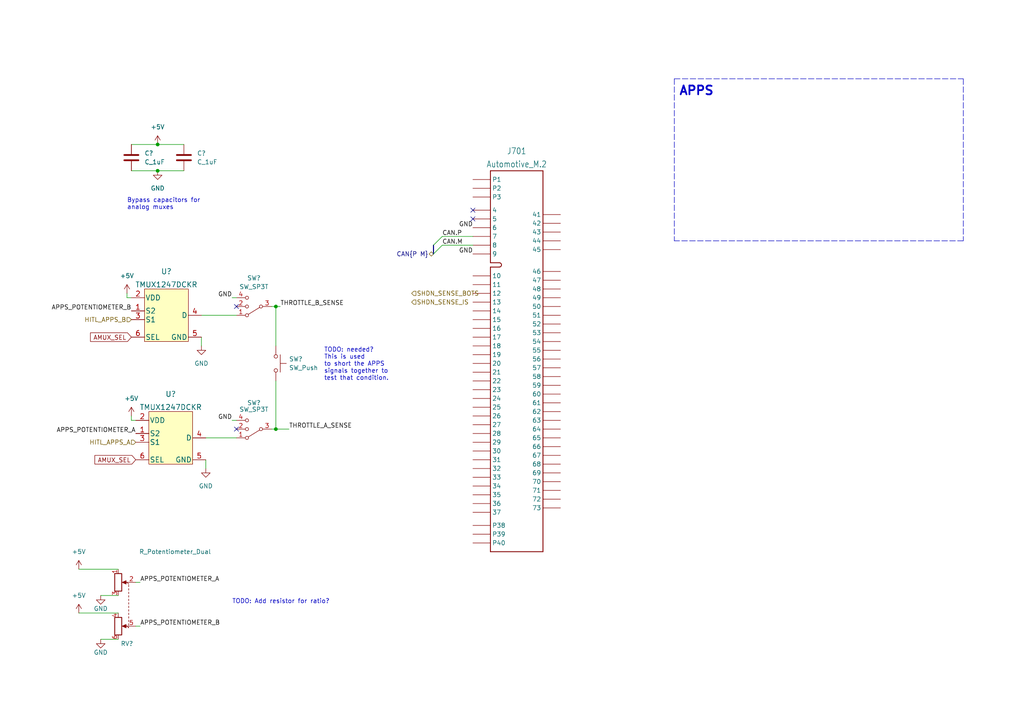
<source format=kicad_sch>
(kicad_sch (version 20211123) (generator eeschema)
  (paper "A4")
  (lib_symbols
    (symbol "Device:R_Potentiometer_Dual" (pin_names (offset 1.016) hide)
      (property "Reference" "RV" (at 0 3.81 0))
      (property "Value" "R_Potentiometer_Dual" (at 0 1.905 0))
      (symbol "R_Potentiometer_Dual_0_1"
        (rectangle (start -8.89 -1.524) (end -3.81 -3.556) (stroke (width 0.254)))
        (polyline (pts (xy -6.35 0) (xy -6.35 -1.016)))
        (polyline (pts (xy -6.35 0) (xy -6.35 -1.016)))
        (polyline (pts (xy -6.35 0) (xy -5.842 0.508)))
        (polyline (pts (xy -5.588 0.508) (xy -5.08 0.508)))
        (polyline (pts (xy -4.572 0.508) (xy -4.064 0.508)))
        (polyline (pts (xy -3.556 0.508) (xy -3.048 0.508)))
        (polyline (pts (xy -2.54 0.508) (xy -2.032 0.508)))
        (polyline (pts (xy -1.524 0.508) (xy -1.016 0.508)))
        (polyline (pts (xy -0.508 0.508) (xy 0 0.508)))
        (polyline (pts (xy 0.508 0.508) (xy 1.016 0.508)))
        (polyline (pts (xy 1.524 0.508) (xy 2.032 0.508)))
        (polyline (pts (xy 2.54 0.508) (xy 3.048 0.508)))
        (polyline (pts (xy 3.556 0.508) (xy 4.064 0.508)))
        (polyline (pts (xy 4.572 0.508) (xy 5.08 0.508)))
        (polyline (pts (xy 5.588 0.508) (xy 6.096 0.508)))
        (polyline (pts (xy 6.35 0) (xy 6.35 -1.016)))
        (polyline (pts (xy 6.35 0) (xy 6.35 -1.016)))
        (polyline (pts (xy 6.604 0.508) (xy 6.858 0.508) (xy 6.35 0)))
        (polyline (pts (xy -6.35 -1.397) (xy -6.858 -0.254) (xy -5.842 -0.254) (xy -6.35 -1.397)) (fill (type outline)))
        (polyline (pts (xy 6.35 -1.397) (xy 5.842 -0.254) (xy 6.858 -0.254) (xy 6.35 -1.397)) (fill (type outline)))
        (rectangle (start 3.81 -1.524) (end 8.89 -3.556) (stroke (width 0.254)))
      )
      (symbol "R_Potentiometer_Dual_1_1"
        (pin passive line (at -10.16 -2.54 0) (length 1.27) (name "1") (number "1"))
        (pin passive line (at -6.35 2.54 270) (length 2.54) (name "2") (number "2"))
        (pin passive line (at -2.54 -2.54 180) (length 1.27) (name "3") (number "3"))
        (pin passive line (at 2.54 -2.54 0) (length 1.27) (name "4") (number "4"))
        (pin passive line (at 6.35 2.54 270) (length 2.54) (name "5") (number "5"))
        (pin passive line (at 10.16 -2.54 180) (length 1.27) (name "6") (number "6"))
      )
    )
    (symbol "Switch:SW_Push" (pin_numbers hide) (pin_names (offset 1.016) hide)
      (property "Reference" "SW" (at 1.27 2.54 0))
      (property "Value" "SW_Push" (at 0 -1.524 0))
      (symbol "SW_Push_0_1"
        (circle (center -2.032 0) (radius 0.508))
        (polyline (pts (xy 0 1.27) (xy 0 3.048)))
        (polyline (pts (xy 2.54 1.27) (xy -2.54 1.27)))
        (circle (center 2.032 0) (radius 0.508))
        (pin passive line (at -5.08 0 0) (length 2.54) (name "1") (number "1"))
        (pin passive line (at 5.08 0 180) (length 2.54) (name "2") (number "2"))
      )
    )
    (symbol "Switch:SW_SP3T" (pin_names (offset 0) hide)
      (property "Reference" "SW" (at 0 5.08 0))
      (property "Value" "SW_SP3T" (at 0 -5.08 0))
      (symbol "SW_SP3T_0_1"
        (circle (center -2.032 0) (radius 0.4572))
        (polyline (pts (xy -1.651 0.254) (xy 1.651 2.286)))
        (circle (center 2.032 -2.54) (radius 0.4572))
        (circle (center 2.032 0) (radius 0.4572))
        (circle (center 2.032 2.54) (radius 0.4572))
      )
      (symbol "SW_SP3T_1_1"
        (pin passive line (at 5.08 2.54 180) (length 2.54) (name "1") (number "1"))
        (pin passive line (at 5.08 0 180) (length 2.54) (name "2") (number "2"))
        (pin passive line (at -5.08 0 0) (length 2.54) (name "3") (number "3"))
        (pin passive line (at 5.08 -2.54 180) (length 2.54) (name "4") (number "4"))
      )
    )
    (symbol "formula:Automotive_M.2"
      (property "Reference" "J?" (at 1.27 49.53 0))
      (property "Value" "Automotive_M.2" (at 7.62 45.72 0))
      (symbol "Automotive_M.2_0_1"
        (arc (start -5.0436 15.2415) (mid -4.4198 15.8765) (end -5.0436 16.5115) (stroke (width 0.25)))
        (polyline (pts (xy -7.62 15.24) (xy -5.08 15.24)) (stroke (width 0.25)))
        (polyline (pts (xy -7.62 16.51) (xy -5.08 16.51)) (stroke (width 0.25)))
        (polyline (pts (xy -7.62 43.18) (xy -7.62 16.51)) (stroke (width 0.25)))
        (polyline (pts (xy 7.62 -67.31) (xy -7.62 -67.31)) (stroke (width 0.25)))
      )
      (symbol "Automotive_M.2_1_0"
        (polyline (pts (xy -7.62 -67.31) (xy -7.62 15.24)) (stroke (width 0.254)))
        (polyline (pts (xy 7.62 43.18) (xy -7.62 43.18)) (stroke (width 0.254)))
        (polyline (pts (xy 7.62 43.18) (xy 7.62 -67.31)) (stroke (width 0.254)))
        (pin bidirectional line (at -12.7 12.7 0) (length 5.08) (name "10") (number "10"))
        (pin bidirectional line (at -12.7 10.16 0) (length 5.08) (name "11") (number "11"))
        (pin bidirectional line (at -12.7 7.62 0) (length 5.08) (name "12") (number "12"))
        (pin bidirectional line (at -12.7 5.08 0) (length 5.08) (name "13") (number "13"))
        (pin bidirectional line (at -12.7 2.54 0) (length 5.08) (name "14") (number "14"))
        (pin bidirectional line (at -12.7 0 0) (length 5.08) (name "15") (number "15"))
        (pin bidirectional line (at -12.7 -2.54 0) (length 5.08) (name "16") (number "16"))
        (pin bidirectional line (at -12.7 -5.08 0) (length 5.08) (name "17") (number "17"))
        (pin bidirectional line (at -12.7 -7.62 0) (length 5.08) (name "18") (number "18"))
        (pin bidirectional line (at -12.7 -10.16 0) (length 5.08) (name "19") (number "19"))
        (pin bidirectional line (at -12.7 -12.7 0) (length 5.08) (name "20") (number "20"))
        (pin bidirectional line (at -12.7 -15.24 0) (length 5.08) (name "21") (number "21"))
        (pin bidirectional line (at -12.7 -17.78 0) (length 5.08) (name "22") (number "22"))
        (pin bidirectional line (at -12.7 -20.32 0) (length 5.08) (name "23") (number "23"))
        (pin bidirectional line (at -12.7 -22.86 0) (length 5.08) (name "24") (number "24"))
        (pin bidirectional line (at -12.7 -25.4 0) (length 5.08) (name "25") (number "25"))
        (pin bidirectional line (at -12.7 -27.94 0) (length 5.08) (name "26") (number "26"))
        (pin bidirectional line (at -12.7 -30.48 0) (length 5.08) (name "27") (number "27"))
        (pin bidirectional line (at -12.7 -33.02 0) (length 5.08) (name "28") (number "28"))
        (pin bidirectional line (at -12.7 -35.56 0) (length 5.08) (name "29") (number "29"))
        (pin bidirectional line (at -12.7 -38.1 0) (length 5.08) (name "30") (number "30"))
        (pin bidirectional line (at -12.7 -40.64 0) (length 5.08) (name "31") (number "31"))
        (pin bidirectional line (at -12.7 -43.18 0) (length 5.08) (name "32") (number "32"))
        (pin bidirectional line (at -12.7 -45.72 0) (length 5.08) (name "33") (number "33"))
        (pin bidirectional line (at -12.7 -48.26 0) (length 5.08) (name "34") (number "34"))
        (pin bidirectional line (at -12.7 -50.8 0) (length 5.08) (name "35") (number "35"))
        (pin bidirectional line (at -12.7 -53.34 0) (length 5.08) (name "36") (number "36"))
        (pin bidirectional line (at -12.7 -55.88 0) (length 5.08) (name "37") (number "37"))
        (pin bidirectional line (at -12.7 31.75 0) (length 5.08) (name "4") (number "4"))
        (pin bidirectional line (at 12.7 30.48 180) (length 5.08) (name "41") (number "41"))
        (pin bidirectional line (at 12.7 27.94 180) (length 5.08) (name "42") (number "42"))
        (pin bidirectional line (at 12.7 25.4 180) (length 5.08) (name "43") (number "43"))
        (pin bidirectional line (at 12.7 22.86 180) (length 5.08) (name "44") (number "44"))
        (pin bidirectional line (at 12.7 20.32 180) (length 5.08) (name "45") (number "45"))
        (pin bidirectional line (at 12.7 13.97 180) (length 5.08) (name "46") (number "46"))
        (pin bidirectional line (at 12.7 11.43 180) (length 5.08) (name "47") (number "47"))
        (pin bidirectional line (at 12.7 8.89 180) (length 5.08) (name "48") (number "48"))
        (pin bidirectional line (at 12.7 6.35 180) (length 5.08) (name "49") (number "49"))
        (pin bidirectional line (at -12.7 29.21 0) (length 5.08) (name "5") (number "5"))
        (pin bidirectional line (at 12.7 3.81 180) (length 5.08) (name "50") (number "50"))
        (pin bidirectional line (at 12.7 1.27 180) (length 5.08) (name "51") (number "51"))
        (pin bidirectional line (at 12.7 -1.27 180) (length 5.08) (name "52") (number "52"))
        (pin bidirectional line (at 12.7 -3.81 180) (length 5.08) (name "53") (number "53"))
        (pin bidirectional line (at 12.7 -6.35 180) (length 5.08) (name "54") (number "54"))
        (pin bidirectional line (at 12.7 -8.89 180) (length 5.08) (name "55") (number "55"))
        (pin bidirectional line (at 12.7 -11.43 180) (length 5.08) (name "56") (number "56"))
        (pin bidirectional line (at 12.7 -13.97 180) (length 5.08) (name "57") (number "57"))
        (pin bidirectional line (at 12.7 -16.51 180) (length 5.08) (name "58") (number "58"))
        (pin bidirectional line (at 12.7 -19.05 180) (length 5.08) (name "59") (number "59"))
        (pin bidirectional line (at -12.7 26.67 0) (length 5.08) (name "6") (number "6"))
        (pin bidirectional line (at 12.7 -21.59 180) (length 5.08) (name "60") (number "60"))
        (pin bidirectional line (at 12.7 -24.13 180) (length 5.08) (name "61") (number "61"))
        (pin bidirectional line (at 12.7 -26.67 180) (length 5.08) (name "62") (number "62"))
        (pin bidirectional line (at 12.7 -29.21 180) (length 5.08) (name "63") (number "63"))
        (pin bidirectional line (at 12.7 -31.75 180) (length 5.08) (name "64") (number "64"))
        (pin bidirectional line (at 12.7 -34.29 180) (length 5.08) (name "65") (number "65"))
        (pin bidirectional line (at 12.7 -36.83 180) (length 5.08) (name "66") (number "66"))
        (pin bidirectional line (at 12.7 -39.37 180) (length 5.08) (name "67") (number "67"))
        (pin bidirectional line (at 12.7 -41.91 180) (length 5.08) (name "68") (number "68"))
        (pin bidirectional line (at 12.7 -44.45 180) (length 5.08) (name "69") (number "69"))
        (pin bidirectional line (at -12.7 24.13 0) (length 5.08) (name "7") (number "7"))
        (pin bidirectional line (at 12.7 -46.99 180) (length 5.08) (name "70") (number "70"))
        (pin bidirectional line (at 12.7 -49.53 180) (length 5.08) (name "71") (number "71"))
        (pin bidirectional line (at 12.7 -52.07 180) (length 5.08) (name "72") (number "72"))
        (pin bidirectional line (at 12.7 -54.61 180) (length 5.08) (name "73") (number "73"))
        (pin bidirectional line (at -12.7 21.59 0) (length 5.08) (name "8") (number "8"))
        (pin bidirectional line (at -12.7 19.05 0) (length 5.08) (name "9") (number "9"))
        (pin bidirectional line (at -12.7 40.64 0) (length 5.08) (name "P1") (number "P1"))
        (pin bidirectional line (at -12.7 38.1 0) (length 5.08) (name "P2") (number "P2"))
        (pin bidirectional line (at -12.7 35.56 0) (length 5.08) (name "P3") (number "P3"))
        (pin bidirectional line (at -12.7 -59.69 0) (length 5.08) (name "P38") (number "P38"))
        (pin bidirectional line (at -12.7 -62.23 0) (length 5.08) (name "P39") (number "P39"))
        (pin bidirectional line (at -12.7 -64.77 0) (length 5.08) (name "P40") (number "P40"))
      )
    )
    (symbol "formula:C_1uF" (pin_numbers hide) (pin_names (offset 0.254))
      (property "Reference" "C" (at 0.635 3.81 0))
      (property "Value" "C_1uF" (at 0.635 -1.27 0))
      (symbol "C_1uF_0_1"
        (polyline (pts (xy -2.032 0.508) (xy 2.032 0.508)) (stroke (width 0.508)))
        (polyline (pts (xy -2.032 2.032) (xy 2.032 2.032)) (stroke (width 0.508)))
      )
      (symbol "C_1uF_1_1"
        (pin passive line (at 0 5.08 270) (length 2.794) (name "~") (number "1"))
        (pin passive line (at 0 -2.54 90) (length 2.794) (name "~") (number "2"))
      )
    )
    (symbol "formula:TMUX1247DCKR" (pin_names (offset 0.254))
      (property "Reference" "U" (at 0 12.7 0))
      (property "Value" "TMUX1247DCKR" (at 0 10.16 0))
      (symbol "TMUX1247DCKR_1_1"
        (rectangle (start -6.35 7.62) (end 6.35 -7.62) (fill (type background)))
        (pin bidirectional line (at -10.16 1.27 0) (length 3.81) (name "S2") (number "1"))
        (pin power_in line (at -10.16 5.08 0) (length 3.81) (name "VDD") (number "2"))
        (pin bidirectional line (at -10.16 -1.27 0) (length 3.81) (name "S1") (number "3"))
        (pin bidirectional line (at 10.16 0 180) (length 3.81) (name "D") (number "4"))
        (pin power_in line (at 10.16 -6.35 180) (length 3.81) (name "GND") (number "5"))
        (pin input line (at -10.16 -6.35 0) (length 3.81) (name "SEL") (number "6"))
      )
    )
    (symbol "power:+5V" (power) (pin_names (offset 0))
      (property "Value" "+5V" (at 0 3.556 0))
      (symbol "+5V_0_1"
        (polyline (pts (xy -0.762 1.27) (xy 0 2.54)))
        (polyline (pts (xy 0 0) (xy 0 2.54)))
        (polyline (pts (xy 0 2.54) (xy 0.762 1.27)))
      )
      (symbol "+5V_1_1"
        (pin power_in line (at 0 0 90) (length 0) hide (name "+5V") (number "1"))
      )
    )
    (symbol "power:GND" (power) (pin_names (offset 0))
      (property "Value" "GND" (at 0 -3.81 0))
      (symbol "GND_0_1"
        (polyline (pts (xy 0 0) (xy 0 -1.27) (xy 1.27 -1.27) (xy 0 -2.54) (xy -1.27 -1.27) (xy 0 -1.27)))
      )
      (symbol "GND_1_1"
        (pin power_in line (at 0 0 270) (length 0) hide (name "GND") (number "1"))
      )
    )
  )
  (junction (at 80.01 124.46))
  (junction (at 45.72 41.91))
  (junction (at 80.01 88.9))
  (junction (at 45.72 49.53))
  (no_connect (at 68.58 124.46))
  (no_connect (at 68.58 88.9))
  (no_connect (at 137.16 63.5))
  (no_connect (at 137.16 60.96))
  (bus_entry (at 125.73 73.66) (size 2.54 -2.54))
  (bus_entry (at 125.73 71.12) (size 2.54 -2.54))
  (wire (pts (xy 128.27 68.58) (xy 137.16 68.58)))
  (wire (pts (xy 38.1 49.53) (xy 45.72 49.53)))
  (bus (pts (xy 125.73 71.12) (xy 125.73 73.66)))
  (polyline (pts (xy 279.4 22.86) (xy 279.4 69.85)))
  (wire (pts (xy 80.01 110.49) (xy 80.01 124.46)))
  (wire (pts (xy 22.86 165.1) (xy 34.29 165.1)))
  (wire (pts (xy 22.86 177.8) (xy 34.29 177.8)))
  (wire (pts (xy 29.21 172.72) (xy 34.29 172.72)))
  (polyline (pts (xy 279.4 69.85) (xy 195.58 69.85)))
  (wire (pts (xy 80.01 124.46) (xy 83.82 124.46)))
  (wire (pts (xy 58.42 97.79) (xy 58.42 100.33)))
  (wire (pts (xy 58.42 91.44) (xy 68.58 91.44)))
  (wire (pts (xy 78.74 88.9) (xy 80.01 88.9)))
  (wire (pts (xy 45.72 41.91) (xy 53.34 41.91)))
  (wire (pts (xy 80.01 88.9) (xy 81.28 88.9)))
  (polyline (pts (xy 195.58 22.86) (xy 279.4 22.86)))
  (wire (pts (xy 39.37 168.91) (xy 40.64 168.91)))
  (wire (pts (xy 45.72 49.53) (xy 53.34 49.53)))
  (wire (pts (xy 38.1 41.91) (xy 45.72 41.91)))
  (wire (pts (xy 39.37 181.61) (xy 40.64 181.61)))
  (wire (pts (xy 36.83 86.36) (xy 38.1 86.36)))
  (wire (pts (xy 59.69 133.35) (xy 59.69 135.89)))
  (wire (pts (xy 67.31 86.36) (xy 68.58 86.36)))
  (wire (pts (xy 67.31 121.92) (xy 68.58 121.92)))
  (wire (pts (xy 36.83 85.09) (xy 36.83 86.36)))
  (wire (pts (xy 78.74 124.46) (xy 80.01 124.46)))
  (wire (pts (xy 59.69 127) (xy 68.58 127)))
  (wire (pts (xy 29.21 185.42) (xy 34.29 185.42)))
  (wire (pts (xy 38.1 120.65) (xy 38.1 121.92)))
  (wire (pts (xy 128.27 71.12) (xy 137.16 71.12)))
  (polyline (pts (xy 195.58 22.86) (xy 195.58 69.85)))
  (wire (pts (xy 80.01 88.9) (xy 80.01 100.33)))
  (wire (pts (xy 38.1 121.92) (xy 39.37 121.92)))
  (text "APPS" (at 196.85 27.94 0) (effects (font (size 2.54 2.54) bold) (justify left bottom)))
  (text "Bypass capacitors for\nanalog muxes" (at 36.83 60.96 0) (effects (font (size 1.27 1.27)) (justify left bottom)))
  (text "TODO: needed? \nThis is used\nto short the APPS\nsignals together to \ntest that condition." (at 93.98 110.49 0) (effects (font (size 1.27 1.27)) (justify left bottom)))
  (text "TODO: Add resistor for ratio?" (at 67.31 175.26 0) (effects (font (size 1.27 1.27)) (justify left bottom)))
  (label "APPS_POTENTIOMETER_A" (at 39.37 125.73 180))
  (label "THROTTLE_A_SENSE" (at 83.82 124.46 0))
  (label "THROTTLE_B_SENSE" (at 81.28 88.9 0))
  (label "GND" (at 67.31 121.92 180))
  (label "GND" (at 137.16 73.66 180))
  (label "GND" (at 67.31 86.36 180))
  (label "GND" (at 137.16 66.04 180))
  (label "APPS_POTENTIOMETER_B" (at 40.64 181.61 0))
  (label "APPS_POTENTIOMETER_A" (at 40.64 168.91 0))
  (label "CAN.P" (at 128.27 68.58 0))
  (label "CAN.M" (at 128.27 71.12 0))
  (label "APPS_POTENTIOMETER_B" (at 38.1 90.17 180))
  (global_label "AMUX_SEL" (shape input) (at 38.1 97.79 180) (property "Intersheet References" "${INTERSHEET_REFS}" (effects hide)))
  (global_label "AMUX_SEL" (shape input) (at 39.37 133.35 180) (property "Intersheet References" "${INTERSHEET_REFS}" (effects hide)))
  (hierarchical_label "HITL_APPS_A" (shape input) (at 39.37 128.27 180))
  (hierarchical_label "SHDN_SENSE_IS" (shape input) (at 119.38 87.63 0))
  (hierarchical_label "SHDN_SENSE_BOTS" (shape input) (at 119.38 85.09 0))
  (hierarchical_label "CAN{P M}" (shape bidirectional) (at 125.73 73.66 180))
  (hierarchical_label "HITL_APPS_B" (shape input) (at 38.1 92.71 180))
  (symbol (lib_id "power:+5V") (at 36.83 85.09 0) (unit 1)
    (property "Reference" "#PWR?" (effects hide))
    (property "Value" "+5V" (at 36.83 80.01 0))
  )
  (symbol (lib_id "power:+5V") (at 22.86 177.8 0) (unit 1)
    (property "Reference" "#PWR?" (effects hide))
    (property "Value" "+5V" (at 22.86 172.72 0))
  )
  (symbol (lib_id "power:GND") (at 45.72 49.53 0) (unit 1)
    (property "Reference" "#PWR?" (effects hide))
    (property "Value" "GND" (at 45.72 54.61 0))
  )
  (symbol (lib_id "formula:C_1uF") (at 53.34 46.99 0) (unit 1)
    (property "Reference" "C?" (at 57.15 44.4499 0) (effects (justify left)))
    (property "Value" "C_1uF" (at 57.15 46.9899 0) (effects (justify left)))
    (property "Footprint" "footprints:C_0805_OEM" (effects hide))
    (property "Datasheet" "https://media.digikey.com/pdf/Data%20Sheets/Samsung%20PDFs/CL21B105KBFNNNG_Spec.pdf" (effects hide))
    (property "PurchasingLink" "https://www.digikey.com/en/products/detail/samsung-electro-mechanics/CL21B105KBFNNNG/3894467" (effects hide))
    (property "MFN" "DK" (effects hide))
    (property "MPN" "1276-6470-1-ND" (effects hide))
  )
  (symbol (lib_id "Device:R_Potentiometer_Dual") (at 36.83 175.26 270) (unit 1)
    (property "Reference" "RV?" (at 36.83 186.69 90))
    (property "Value" "R_Potentiometer_Dual" (at 50.8 160.02 90))
  )
  (symbol (lib_id "formula:TMUX1247DCKR") (at 49.53 127 0) (unit 1)
    (property "Reference" "U?" (at 49.53 114.3 0) (effects (font (size 1.524 1.524))))
    (property "Value" "TMUX1247DCKR" (at 49.53 118.11 0) (effects (font (size 1.524 1.524))))
    (property "Footprint" "SOT-SC70_DCK_6_TEX" (effects hide))
    (property "Datasheet" "https://www.ti.com/lit/ds/symlink/tmux1247.pdf" (effects hide))
  )
  (symbol (lib_id "power:GND") (at 29.21 185.42 0) (unit 1)
    (property "Reference" "#PWR?" (effects hide))
    (property "Value" "GND" (at 29.21 189.23 0))
  )
  (symbol (lib_id "Switch:SW_SP3T") (at 73.66 124.46 180) (unit 1)
    (property "Reference" "SW?" (at 73.66 116.84 0))
    (property "Value" "SW_SP3T" (at 73.66 118.745 0))
  )
  (symbol (lib_id "power:+5V") (at 45.72 41.91 0) (unit 1)
    (property "Reference" "#PWR?" (effects hide))
    (property "Value" "+5V" (at 45.72 36.83 0))
  )
  (symbol (lib_id "Switch:SW_Push") (at 80.01 105.41 270) (unit 1)
    (property "Reference" "SW?" (at 83.82 104.1399 90) (effects (justify left)))
    (property "Value" "SW_Push" (at 83.82 106.6799 90) (effects (justify left)))
  )
  (symbol (lib_id "power:GND") (at 59.69 135.89 0) (unit 1)
    (property "Reference" "#PWR?" (effects hide))
    (property "Value" "GND" (at 59.69 140.97 0))
  )
  (symbol (lib_id "formula:C_1uF") (at 38.1 46.99 0) (unit 1)
    (property "Reference" "C?" (at 41.91 44.4499 0) (effects (justify left)))
    (property "Value" "C_1uF" (at 41.91 46.9899 0) (effects (justify left)))
    (property "Footprint" "footprints:C_0805_OEM" (effects hide))
    (property "Datasheet" "https://media.digikey.com/pdf/Data%20Sheets/Samsung%20PDFs/CL21B105KBFNNNG_Spec.pdf" (effects hide))
    (property "PurchasingLink" "https://www.digikey.com/en/products/detail/samsung-electro-mechanics/CL21B105KBFNNNG/3894467" (effects hide))
    (property "MFN" "DK" (effects hide))
    (property "MPN" "1276-6470-1-ND" (effects hide))
  )
  (symbol (lib_id "formula:TMUX1247DCKR") (at 48.26 91.44 0) (unit 1)
    (property "Reference" "U?" (at 48.26 78.74 0) (effects (font (size 1.524 1.524))))
    (property "Value" "TMUX1247DCKR" (at 48.26 82.55 0) (effects (font (size 1.524 1.524))))
    (property "Footprint" "SOT-SC70_DCK_6_TEX" (effects hide))
    (property "Datasheet" "https://www.ti.com/lit/ds/symlink/tmux1247.pdf" (effects hide))
  )
  (symbol (lib_id "power:GND") (at 58.42 100.33 0) (unit 1)
    (property "Reference" "#PWR?" (effects hide))
    (property "Value" "GND" (at 58.42 105.41 0))
  )
  (symbol (lib_id "Switch:SW_SP3T") (at 73.66 88.9 180) (unit 1)
    (property "Reference" "SW?" (at 73.66 80.645 0))
    (property "Value" "SW_SP3T" (at 73.66 83.185 0))
  )
  (symbol (lib_id "power:+5V") (at 22.86 165.1 0) (unit 1)
    (property "Reference" "#PWR?" (effects hide))
    (property "Value" "+5V" (at 22.86 160.02 0))
  )
  (symbol (lib_id "formula:Automotive_M.2") (at 149.86 92.71 0) (unit 1)
    (property "Reference" "J701" (at 149.86 43.815 0) (effects (font (size 1.778 1.5113))))
    (property "Value" "Automotive_M.2" (at 149.86 47.625 0) (effects (font (size 1.778 1.5113))))
    (property "Footprint" "footprints:Automotive_M.2" (effects hide))
  )
  (symbol (lib_id "power:GND") (at 29.21 172.72 0) (unit 1)
    (property "Reference" "#PWR?" (effects hide))
    (property "Value" "GND" (at 29.21 176.53 0))
  )
  (symbol (lib_id "power:+5V") (at 38.1 120.65 0) (unit 1)
    (property "Reference" "#PWR?" (effects hide))
    (property "Value" "+5V" (at 38.1 115.57 0))
  )
)
</source>
